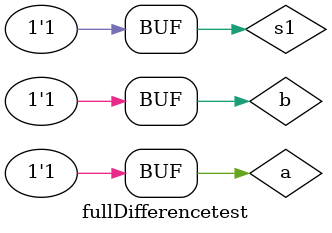
<source format=v>

module halfDifference1 (s1, s2, p, q);

	output s1, s2;
	input p, q;
	wire s3;
	
	not NOT1(s3, p);	
	xor XOR1(s1, p, q);
	and AND1(s2, s3, q);	

endmodule

//--Half Difference module 2--
module halfDifference2 (s1, s2, p, q);

	output s1, s2;
	input p, q;
	wire s3;
	
	not NOT1(s3, q);	
	xor XOR1(s1, p, q);
	and AND1(s2, p, s3);	

endmodule


//--Full Difference module--
module fullDifference(s1, s2, s3, p, q);
	output s2, s3;
	input s1, p, q;
	wire s4, s5, s6;
	
	halfDifference1 HALF2(s4, s5, p, q);
	halfDifference2 HALF1(s2, s6, s1, s4);
	or OR1(s3, s6, s5);
	
endmodule

//--teste Full Difference--

module fullDifferencetest;
	reg a, b, s1;
	wire s2, s3;
	
//--instancia--

	fullDifference FULL(s1, s2, s3, a, b);
	
initial begin:start
	a = 0;
	b = 0;
	s1 = 0;

end
	
//--parte principal--

initial begin:main

	$display("\nGuia 04 - exercicio 03 - Paulo Henrique - 412765");
	$display("\nTeste Full Difference gate");
	$display("\nCin a - b = s");
	$monitor("%b %b - %b = %b%b", s1, a, b, s2, s3);
	
	#1 s1 = 1; a = 0; b = 0;
	#1 s1 = 0; a = 1; b = 0;
	#1 s1 = 1; a = 1; b = 0;
	#1 s1 = 0; a = 0; b = 1;
	#1 s1 = 1; a = 0; b = 1;
	#1 s1 = 0; a = 1; b = 1;
	#1 s1 = 1; a = 1; b = 1;
	
	
end //--fim parte principal--

endmodule //--fim	test Full Difference gate
	
</source>
